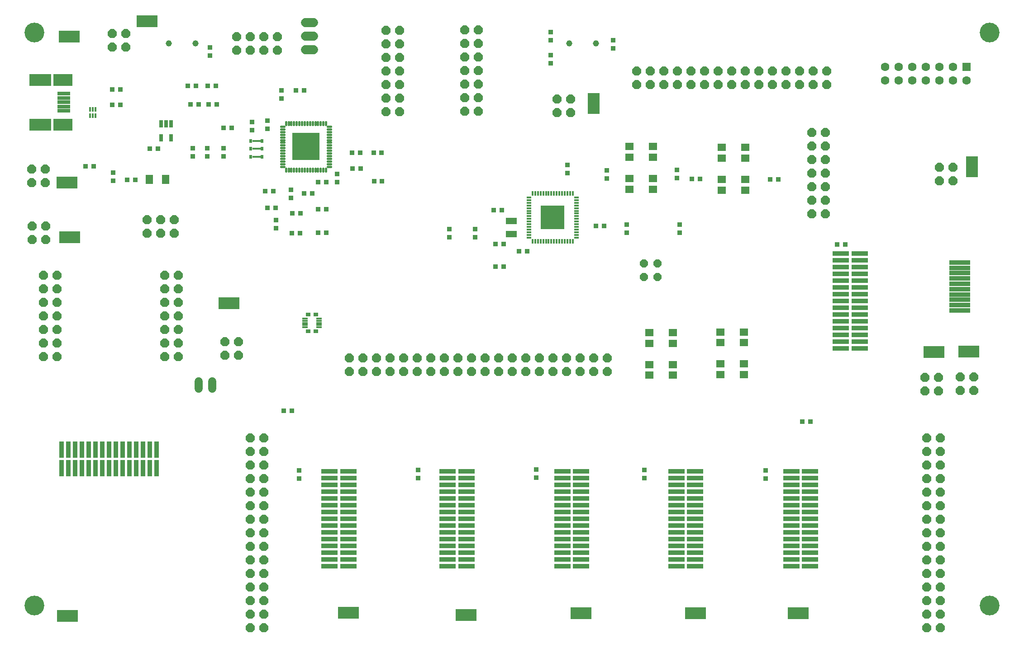
<source format=gts>
G75*
G70*
%OFA0B0*%
%FSLAX24Y24*%
%IPPOS*%
%LPD*%
%AMOC8*
5,1,8,0,0,1.08239X$1,22.5*
%
%ADD10C,0.1458*%
%ADD11R,0.0180X0.0379*%
%ADD12R,0.0277X0.0532*%
%ADD13R,0.1438X0.0867*%
%ADD14R,0.1635X0.0867*%
%ADD15R,0.0946X0.0257*%
%ADD16R,0.0375X0.0375*%
%ADD17R,0.0630X0.0630*%
%ADD18C,0.0630*%
%ADD19R,0.2029X0.2029*%
%ADD20C,0.0170*%
%ADD21OC8,0.0660*%
%ADD22R,0.0351X0.1241*%
%ADD23R,0.1241X0.0351*%
%ADD24R,0.0197X0.0315*%
%ADD25R,0.0630X0.0157*%
%ADD26R,0.0414X0.0147*%
%ADD27R,0.0375X0.0277*%
%ADD28C,0.0600*%
%ADD29R,0.0380X0.0180*%
%ADD30R,0.0180X0.0380*%
%ADD31R,0.1730X0.1730*%
%ADD32R,0.0808X0.0493*%
%ADD33C,0.0460*%
%ADD34R,0.1560X0.0860*%
%ADD35R,0.0860X0.1560*%
%ADD36R,0.0572X0.0690*%
%ADD37R,0.0611X0.0532*%
%ADD38OC8,0.0600*%
%ADD39C,0.0660*%
%ADD40R,0.1556X0.0336*%
D10*
X001470Y002912D03*
X001470Y045207D03*
X071858Y045207D03*
X071858Y002912D03*
D11*
X005977Y039067D03*
X005781Y039067D03*
X005584Y039067D03*
X005584Y039540D03*
X005781Y039540D03*
X005977Y039540D03*
D12*
X010813Y038460D03*
X011187Y038460D03*
X011561Y038460D03*
X011561Y037436D03*
X010813Y037436D03*
D13*
X003581Y038403D03*
X003581Y041710D03*
D14*
X001908Y041710D03*
X001908Y038403D03*
D15*
X003630Y039426D03*
X003630Y039741D03*
X003630Y040056D03*
X003630Y040371D03*
X003630Y040686D03*
D16*
X007207Y040978D03*
X007807Y040978D03*
X007805Y039854D03*
X007205Y039854D03*
X009978Y036643D03*
X010578Y036643D03*
X013129Y036646D03*
X013129Y036046D03*
X014211Y036057D03*
X014211Y036657D03*
X015406Y036673D03*
X015406Y036073D03*
X017518Y037994D03*
X017518Y038594D03*
X018639Y038697D03*
X018639Y038097D03*
X019670Y040325D03*
X019670Y040925D03*
X020749Y040930D03*
X021349Y040930D03*
X016026Y038148D03*
X015426Y038148D03*
X014918Y039887D03*
X014318Y039887D03*
X013567Y039886D03*
X012967Y039886D03*
X012769Y041272D03*
X013369Y041272D03*
X014237Y041277D03*
X014837Y041277D03*
X014425Y043499D03*
X014425Y044099D03*
X024886Y036336D03*
X025486Y036336D03*
X026470Y036336D03*
X027060Y036336D03*
X025505Y035154D03*
X024905Y035154D03*
X023776Y034766D03*
X023776Y034166D03*
X022986Y034166D03*
X022386Y034166D03*
X021931Y033323D03*
X021331Y033323D03*
X020367Y033610D03*
X020367Y033010D03*
X019080Y033480D03*
X018480Y033480D03*
X018644Y032260D03*
X019244Y032260D03*
X020462Y031852D03*
X021062Y031852D03*
X022380Y032154D03*
X022980Y032154D03*
X022976Y030424D03*
X022376Y030424D03*
X021060Y030406D03*
X020460Y030406D03*
X019276Y030748D03*
X019276Y031348D03*
X026499Y034223D03*
X027090Y034223D03*
X032047Y030681D03*
X032047Y030081D03*
X033950Y030087D03*
X033950Y030687D03*
X035442Y029596D03*
X036042Y029596D03*
X037191Y029050D03*
X037791Y029050D03*
X036040Y027922D03*
X035440Y027922D03*
X035313Y032082D03*
X035913Y032082D03*
X040754Y034839D03*
X040754Y035439D03*
X043647Y035013D03*
X043647Y034413D03*
X045109Y031024D03*
X045109Y030424D03*
X043433Y030936D03*
X042833Y030936D03*
X048995Y031017D03*
X048995Y030417D03*
X048825Y034468D03*
X048825Y035068D03*
X049918Y034386D03*
X050518Y034386D03*
X055684Y034347D03*
X056284Y034347D03*
X060605Y029546D03*
X061205Y029546D03*
X058659Y016479D03*
X058059Y016479D03*
X055338Y012897D03*
X055338Y012297D03*
X046395Y012331D03*
X046395Y012931D03*
X038437Y012970D03*
X038437Y012370D03*
X029736Y012315D03*
X029736Y012915D03*
X020986Y012883D03*
X020986Y012283D03*
X020452Y017297D03*
X019852Y017297D03*
X007276Y034266D03*
X007276Y034857D03*
X008303Y034341D03*
X008903Y034341D03*
X005841Y035335D03*
X005241Y035335D03*
X039512Y042923D03*
X039512Y043523D03*
X039508Y044625D03*
X039508Y045225D03*
X044111Y044624D03*
X044111Y044024D03*
D17*
X070161Y042649D03*
D18*
X069161Y042649D03*
X068161Y042649D03*
X067161Y042649D03*
X066161Y042649D03*
X065161Y042649D03*
X064161Y042649D03*
X064161Y041649D03*
X065161Y041649D03*
X066161Y041649D03*
X067161Y041649D03*
X068161Y041649D03*
X069161Y041649D03*
X070161Y041649D03*
D19*
X021475Y036783D03*
D20*
X023085Y036685D02*
X023299Y036685D01*
X023299Y036881D02*
X023085Y036881D01*
X023085Y037078D02*
X023299Y037078D01*
X023299Y037275D02*
X023085Y037275D01*
X023085Y037472D02*
X023299Y037472D01*
X023299Y037669D02*
X023085Y037669D01*
X023085Y037866D02*
X023299Y037866D01*
X023299Y038063D02*
X023085Y038063D01*
X023085Y038259D02*
X023299Y038259D01*
X022952Y038393D02*
X022952Y038607D01*
X022755Y038607D02*
X022755Y038393D01*
X022558Y038393D02*
X022558Y038607D01*
X022361Y038607D02*
X022361Y038393D01*
X022164Y038393D02*
X022164Y038607D01*
X021967Y038607D02*
X021967Y038393D01*
X021770Y038393D02*
X021770Y038607D01*
X021574Y038607D02*
X021574Y038393D01*
X021377Y038393D02*
X021377Y038607D01*
X021180Y038607D02*
X021180Y038393D01*
X020983Y038393D02*
X020983Y038607D01*
X020786Y038607D02*
X020786Y038393D01*
X020589Y038393D02*
X020589Y038607D01*
X020392Y038607D02*
X020392Y038393D01*
X020196Y038393D02*
X020196Y038607D01*
X019999Y038607D02*
X019999Y038393D01*
X019866Y038259D02*
X019652Y038259D01*
X019652Y038063D02*
X019866Y038063D01*
X019866Y037866D02*
X019652Y037866D01*
X019652Y037669D02*
X019866Y037669D01*
X019866Y037472D02*
X019652Y037472D01*
X019652Y037275D02*
X019866Y037275D01*
X019866Y037078D02*
X019652Y037078D01*
X019652Y036881D02*
X019866Y036881D01*
X019866Y036685D02*
X019652Y036685D01*
X019652Y036488D02*
X019866Y036488D01*
X019866Y036291D02*
X019652Y036291D01*
X019652Y036094D02*
X019866Y036094D01*
X019866Y035897D02*
X019652Y035897D01*
X019652Y035700D02*
X019866Y035700D01*
X019866Y035503D02*
X019652Y035503D01*
X019652Y035307D02*
X019866Y035307D01*
X019999Y035173D02*
X019999Y034959D01*
X020196Y034959D02*
X020196Y035173D01*
X020392Y035173D02*
X020392Y034959D01*
X020589Y034959D02*
X020589Y035173D01*
X020786Y035173D02*
X020786Y034959D01*
X020983Y034959D02*
X020983Y035173D01*
X021180Y035173D02*
X021180Y034959D01*
X021377Y034959D02*
X021377Y035173D01*
X021574Y035173D02*
X021574Y034959D01*
X021770Y034959D02*
X021770Y035173D01*
X021967Y035173D02*
X021967Y034959D01*
X022164Y034959D02*
X022164Y035173D01*
X022361Y035173D02*
X022361Y034959D01*
X022558Y034959D02*
X022558Y035173D01*
X022755Y035173D02*
X022755Y034959D01*
X022952Y034959D02*
X022952Y035173D01*
X023085Y035307D02*
X023299Y035307D01*
X023299Y035503D02*
X023085Y035503D01*
X023085Y035700D02*
X023299Y035700D01*
X023299Y035897D02*
X023085Y035897D01*
X023085Y036094D02*
X023299Y036094D01*
X023299Y036291D02*
X023085Y036291D01*
X023085Y036488D02*
X023299Y036488D01*
D21*
X027390Y039373D03*
X028390Y039373D03*
X028390Y040373D03*
X027390Y040373D03*
X027390Y041373D03*
X028390Y041373D03*
X028390Y042373D03*
X027390Y042373D03*
X027390Y043373D03*
X028390Y043373D03*
X028390Y044373D03*
X027390Y044373D03*
X027390Y045373D03*
X028390Y045373D03*
X033174Y045394D03*
X034174Y045394D03*
X034174Y044394D03*
X033174Y044394D03*
X033174Y043394D03*
X034174Y043394D03*
X034174Y042394D03*
X033174Y042394D03*
X033174Y041394D03*
X034174Y041394D03*
X034174Y040394D03*
X033174Y040394D03*
X033174Y039394D03*
X034174Y039394D03*
X039992Y039292D03*
X040992Y039292D03*
X040992Y040292D03*
X039992Y040292D03*
X045833Y041365D03*
X046833Y041365D03*
X047833Y041365D03*
X048833Y041365D03*
X049833Y041365D03*
X050833Y041365D03*
X051833Y041365D03*
X052833Y041365D03*
X053833Y041365D03*
X054833Y041365D03*
X055833Y041365D03*
X056833Y041365D03*
X057833Y041365D03*
X058833Y041365D03*
X059833Y041365D03*
X059833Y042365D03*
X058833Y042365D03*
X057833Y042365D03*
X056833Y042365D03*
X055833Y042365D03*
X054833Y042365D03*
X053833Y042365D03*
X052833Y042365D03*
X051833Y042365D03*
X050833Y042365D03*
X049833Y042365D03*
X048833Y042365D03*
X047833Y042365D03*
X046833Y042365D03*
X045833Y042365D03*
X058732Y037817D03*
X059732Y037817D03*
X059732Y036817D03*
X058732Y036817D03*
X058732Y035817D03*
X059732Y035817D03*
X059732Y034817D03*
X058732Y034817D03*
X058732Y033817D03*
X059732Y033817D03*
X059732Y032817D03*
X058732Y032817D03*
X058732Y031817D03*
X059732Y031817D03*
X068128Y034275D03*
X069128Y034275D03*
X069128Y035275D03*
X068128Y035275D03*
X068070Y019769D03*
X067070Y019769D03*
X067070Y018769D03*
X068070Y018769D03*
X069676Y018785D03*
X070676Y018785D03*
X070676Y019785D03*
X069676Y019785D03*
X068204Y015290D03*
X067204Y015290D03*
X067204Y014290D03*
X068204Y014290D03*
X068204Y013290D03*
X067204Y013290D03*
X067204Y012290D03*
X068204Y012290D03*
X068204Y011290D03*
X067204Y011290D03*
X067204Y010290D03*
X068204Y010290D03*
X068204Y009290D03*
X067204Y009290D03*
X067204Y008290D03*
X068204Y008290D03*
X068204Y007290D03*
X067204Y007290D03*
X067204Y006290D03*
X068204Y006290D03*
X068204Y005290D03*
X067204Y005290D03*
X067204Y004290D03*
X068204Y004290D03*
X068204Y003290D03*
X067204Y003290D03*
X067204Y002290D03*
X068204Y002290D03*
X068204Y001290D03*
X067204Y001290D03*
X043681Y020200D03*
X042681Y020200D03*
X041681Y020200D03*
X040681Y020200D03*
X039681Y020200D03*
X038681Y020200D03*
X037681Y020200D03*
X036681Y020200D03*
X035681Y020200D03*
X034681Y020200D03*
X033681Y020200D03*
X032681Y020200D03*
X031681Y020200D03*
X030681Y020200D03*
X029681Y020200D03*
X028681Y020200D03*
X027681Y020200D03*
X026681Y020200D03*
X025681Y020200D03*
X024681Y020200D03*
X024681Y021200D03*
X025681Y021200D03*
X026681Y021200D03*
X027681Y021200D03*
X028681Y021200D03*
X029681Y021200D03*
X030681Y021200D03*
X031681Y021200D03*
X032681Y021200D03*
X033681Y021200D03*
X034681Y021200D03*
X035681Y021200D03*
X036681Y021200D03*
X037681Y021200D03*
X038681Y021200D03*
X039681Y021200D03*
X040681Y021200D03*
X041681Y021200D03*
X042681Y021200D03*
X043681Y021200D03*
X018376Y015290D03*
X018376Y014290D03*
X018376Y013290D03*
X018376Y012290D03*
X018376Y011290D03*
X017376Y011290D03*
X017376Y012290D03*
X017376Y013290D03*
X017376Y014290D03*
X017376Y015290D03*
X017376Y010290D03*
X017376Y009290D03*
X017376Y008290D03*
X017376Y007290D03*
X017376Y006290D03*
X017376Y005290D03*
X017376Y004290D03*
X017376Y003290D03*
X018376Y003290D03*
X018376Y004290D03*
X018376Y005290D03*
X018376Y006290D03*
X018376Y007290D03*
X018376Y008290D03*
X018376Y009290D03*
X018376Y010290D03*
X018376Y002290D03*
X018376Y001290D03*
X017376Y001290D03*
X017376Y002290D03*
X016505Y021396D03*
X015505Y021396D03*
X015505Y022396D03*
X016505Y022396D03*
X012075Y022300D03*
X011075Y022300D03*
X011075Y021300D03*
X012075Y021300D03*
X012075Y023300D03*
X011075Y023300D03*
X011075Y024300D03*
X012075Y024300D03*
X012075Y025300D03*
X011075Y025300D03*
X011075Y026300D03*
X012075Y026300D03*
X012075Y027300D03*
X011075Y027300D03*
X010765Y030405D03*
X009765Y030405D03*
X009765Y031405D03*
X010765Y031405D03*
X011765Y031405D03*
X011765Y030405D03*
X003128Y027300D03*
X002128Y027300D03*
X002128Y026300D03*
X002128Y025300D03*
X002128Y024300D03*
X002128Y023300D03*
X002128Y022300D03*
X002128Y021300D03*
X003128Y021300D03*
X003128Y022300D03*
X003128Y023300D03*
X003128Y024300D03*
X003128Y025300D03*
X003128Y026300D03*
X002319Y029944D03*
X002319Y030944D03*
X001319Y030944D03*
X001319Y029944D03*
X001265Y034122D03*
X002265Y034122D03*
X002265Y035122D03*
X001265Y035122D03*
X007210Y044126D03*
X008210Y044126D03*
X008210Y045126D03*
X007210Y045126D03*
X016374Y044899D03*
X017374Y044899D03*
X017374Y043899D03*
X016374Y043899D03*
X018374Y043899D03*
X019374Y043899D03*
X019374Y044899D03*
X018374Y044899D03*
D22*
X010463Y014429D03*
X009963Y014429D03*
X009463Y014429D03*
X008963Y014429D03*
X008463Y014429D03*
X007963Y014429D03*
X007463Y014429D03*
X006963Y014436D03*
X006463Y014429D03*
X005963Y014429D03*
X005479Y014429D03*
X004963Y014429D03*
X004463Y014429D03*
X003971Y014429D03*
X003471Y014429D03*
X003463Y013047D03*
X003963Y013047D03*
X004463Y013047D03*
X004963Y013047D03*
X005463Y013047D03*
X005963Y013047D03*
X006463Y013047D03*
X006963Y013047D03*
X007463Y013047D03*
X007963Y013047D03*
X008463Y013047D03*
X008963Y013047D03*
X009463Y013047D03*
X009963Y013047D03*
X010463Y013047D03*
D23*
X023218Y012822D03*
X023218Y012322D03*
X023218Y011822D03*
X023218Y011322D03*
X023218Y010822D03*
X023218Y010322D03*
X023218Y009822D03*
X023210Y009322D03*
X023218Y008822D03*
X023218Y008322D03*
X023218Y007838D03*
X023218Y007322D03*
X023218Y006822D03*
X023218Y006330D03*
X023218Y005830D03*
X024600Y005822D03*
X024600Y006322D03*
X024600Y006822D03*
X024600Y007322D03*
X024600Y007822D03*
X024600Y008322D03*
X024600Y008822D03*
X024600Y009322D03*
X024600Y009822D03*
X024600Y010322D03*
X024600Y010822D03*
X024600Y011322D03*
X024600Y011822D03*
X024600Y012322D03*
X024600Y012822D03*
X031924Y012822D03*
X031924Y012322D03*
X031924Y011822D03*
X031924Y011322D03*
X031924Y010822D03*
X031924Y010322D03*
X031924Y009822D03*
X031917Y009322D03*
X031924Y008822D03*
X031924Y008322D03*
X031924Y007838D03*
X031924Y007322D03*
X031924Y006822D03*
X031924Y006330D03*
X031924Y005830D03*
X033306Y005822D03*
X033306Y006322D03*
X033306Y006822D03*
X033306Y007322D03*
X033306Y007822D03*
X033306Y008322D03*
X033306Y008822D03*
X033306Y009322D03*
X033306Y009822D03*
X033306Y010322D03*
X033306Y010822D03*
X033306Y011322D03*
X033306Y011822D03*
X033306Y012322D03*
X033306Y012822D03*
X040376Y012822D03*
X040376Y012322D03*
X040376Y011822D03*
X040376Y011322D03*
X040376Y010822D03*
X041758Y010822D03*
X041758Y011322D03*
X041758Y011822D03*
X041758Y012322D03*
X041758Y012822D03*
X041758Y010322D03*
X041758Y009822D03*
X041758Y009322D03*
X041758Y008822D03*
X041758Y008322D03*
X041758Y007822D03*
X041758Y007322D03*
X041758Y006822D03*
X041758Y006322D03*
X041758Y005822D03*
X040376Y005830D03*
X040376Y006330D03*
X040376Y006822D03*
X040376Y007322D03*
X040376Y007838D03*
X040376Y008322D03*
X040376Y008822D03*
X040368Y009322D03*
X040376Y009822D03*
X040376Y010322D03*
X048771Y010322D03*
X048771Y009822D03*
X048763Y009322D03*
X048771Y008822D03*
X048771Y008322D03*
X048771Y007838D03*
X048771Y007322D03*
X048771Y006822D03*
X048771Y006330D03*
X048771Y005830D03*
X050152Y005822D03*
X050152Y006322D03*
X050152Y006822D03*
X050152Y007322D03*
X050152Y007822D03*
X050152Y008322D03*
X050152Y008822D03*
X050152Y009322D03*
X050152Y009822D03*
X050152Y010322D03*
X050152Y010822D03*
X050152Y011322D03*
X050152Y011822D03*
X050152Y012322D03*
X050152Y012822D03*
X048771Y012822D03*
X048771Y012322D03*
X048771Y011822D03*
X048771Y011322D03*
X048771Y010822D03*
X057238Y010822D03*
X057238Y011322D03*
X057238Y011822D03*
X057238Y012322D03*
X057238Y012822D03*
X058620Y012822D03*
X058620Y012322D03*
X058620Y011822D03*
X058620Y011322D03*
X058620Y010822D03*
X058620Y010322D03*
X058620Y009822D03*
X058620Y009322D03*
X058620Y008822D03*
X058620Y008322D03*
X058620Y007822D03*
X058620Y007322D03*
X058620Y006822D03*
X058620Y006322D03*
X058620Y005822D03*
X057238Y005830D03*
X057238Y006330D03*
X057238Y006822D03*
X057238Y007322D03*
X057238Y007838D03*
X057238Y008322D03*
X057238Y008822D03*
X057230Y009322D03*
X057238Y009822D03*
X057238Y010322D03*
X060889Y021900D03*
X060889Y022400D03*
X060889Y022892D03*
X060889Y023392D03*
X060889Y023908D03*
X060889Y024392D03*
X060889Y024892D03*
X062271Y024892D03*
X062271Y024392D03*
X062271Y023892D03*
X062271Y023392D03*
X062271Y022892D03*
X062271Y022392D03*
X062271Y021892D03*
X062271Y025392D03*
X062271Y025892D03*
X062271Y026392D03*
X062271Y026892D03*
X062271Y027392D03*
X062271Y027892D03*
X062271Y028392D03*
X062271Y028892D03*
X060889Y028892D03*
X060889Y028392D03*
X060889Y027892D03*
X060889Y027392D03*
X060889Y026892D03*
X060889Y026392D03*
X060889Y025892D03*
X060881Y025392D03*
D24*
X018253Y036022D03*
X018253Y036612D03*
X017426Y036612D03*
X017426Y036022D03*
X017426Y037203D03*
X018253Y037203D03*
D25*
X017840Y037203D03*
X017840Y036612D03*
X017840Y036022D03*
D26*
X021411Y024092D03*
X021411Y023934D03*
X021411Y023777D03*
X021411Y023620D03*
X021411Y023462D03*
X022446Y023462D03*
X022446Y023620D03*
X022446Y023777D03*
X022446Y023934D03*
X022446Y024092D03*
D27*
X022220Y024407D03*
X021637Y024407D03*
X021637Y023147D03*
X022220Y023147D03*
D28*
X014570Y019477D02*
X014570Y018937D01*
X013570Y018937D02*
X013570Y019477D01*
D29*
X037901Y030074D03*
X037901Y030274D03*
X037901Y030474D03*
X037901Y030664D03*
X037901Y030864D03*
X037901Y031064D03*
X037901Y031254D03*
X037901Y031454D03*
X037901Y031654D03*
X037901Y031854D03*
X037901Y032044D03*
X037901Y032244D03*
X037901Y032444D03*
X037901Y032634D03*
X037901Y032834D03*
X037901Y033034D03*
X041421Y033034D03*
X041421Y032834D03*
X041421Y032634D03*
X041421Y032444D03*
X041421Y032244D03*
X041421Y032044D03*
X041421Y031854D03*
X041421Y031654D03*
X041421Y031454D03*
X041421Y031254D03*
X041421Y031064D03*
X041421Y030864D03*
X041421Y030664D03*
X041421Y030474D03*
X041421Y030274D03*
X041421Y030074D03*
D30*
X041141Y029794D03*
X040941Y029794D03*
X040741Y029794D03*
X040551Y029794D03*
X040351Y029794D03*
X040151Y029794D03*
X039961Y029794D03*
X039761Y029794D03*
X039561Y029794D03*
X039361Y029794D03*
X039171Y029794D03*
X038971Y029794D03*
X038771Y029794D03*
X038581Y029794D03*
X038381Y029794D03*
X038181Y029794D03*
X038181Y033314D03*
X038381Y033314D03*
X038581Y033314D03*
X038771Y033314D03*
X038971Y033314D03*
X039171Y033314D03*
X039361Y033314D03*
X039561Y033314D03*
X039761Y033314D03*
X039961Y033314D03*
X040151Y033314D03*
X040351Y033314D03*
X040551Y033314D03*
X040741Y033314D03*
X040941Y033314D03*
X041141Y033314D03*
D31*
X039661Y031554D03*
D32*
X036595Y031296D03*
X036595Y030312D03*
D33*
X040881Y044394D03*
X042850Y044394D03*
X013355Y044394D03*
X011387Y044394D03*
D34*
X003898Y002163D03*
X024603Y002382D03*
X033294Y002212D03*
X041757Y002352D03*
X050165Y002352D03*
X057745Y002352D03*
X067740Y021615D03*
X070300Y021657D03*
X015798Y025223D03*
X004079Y030090D03*
X003865Y034143D03*
X004056Y044889D03*
X009775Y046023D03*
D35*
X042665Y039956D03*
X070548Y035283D03*
D36*
X011153Y034369D03*
X009953Y034369D03*
D37*
X045324Y034419D03*
X045324Y033632D03*
X047056Y033632D03*
X047056Y034419D03*
X047056Y035994D03*
X047056Y036782D03*
X045324Y036782D03*
X045324Y035994D03*
X052117Y035937D03*
X052117Y036725D03*
X053850Y036725D03*
X053850Y035937D03*
X053850Y034362D03*
X053850Y033575D03*
X052117Y033575D03*
X052117Y034362D03*
X052022Y023108D03*
X052022Y022321D03*
X052022Y020746D03*
X052022Y019959D03*
X053755Y019959D03*
X053755Y020746D03*
X053755Y022321D03*
X053755Y023108D03*
X048507Y023064D03*
X048507Y022276D03*
X048507Y020702D03*
X048507Y019914D03*
X046775Y019914D03*
X046775Y020702D03*
X046775Y022276D03*
X046775Y023064D03*
D38*
X046393Y027160D03*
X047393Y027160D03*
X047393Y028160D03*
X046393Y028160D03*
D39*
X022043Y043944D02*
X021443Y043944D01*
X021443Y044944D02*
X022043Y044944D01*
X022043Y045944D02*
X021443Y045944D01*
D40*
X069645Y028236D03*
X069645Y027842D03*
X069645Y027448D03*
X069645Y027054D03*
X069645Y026661D03*
X069645Y026267D03*
X069645Y025873D03*
X069645Y025480D03*
X069645Y025086D03*
X069645Y024692D03*
M02*

</source>
